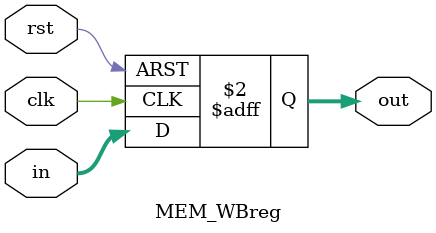
<source format=v>
module MEM_WBreg (rst, clk, in, out);
	
	input rst, clk;
	input [103:0] in;

	output reg [103:0] out;

	always @(posedge clk, posedge rst)
	begin
		if(rst)
			out <= 104'd0;
		else 
			out <= in;

	end
endmodule
	

</source>
